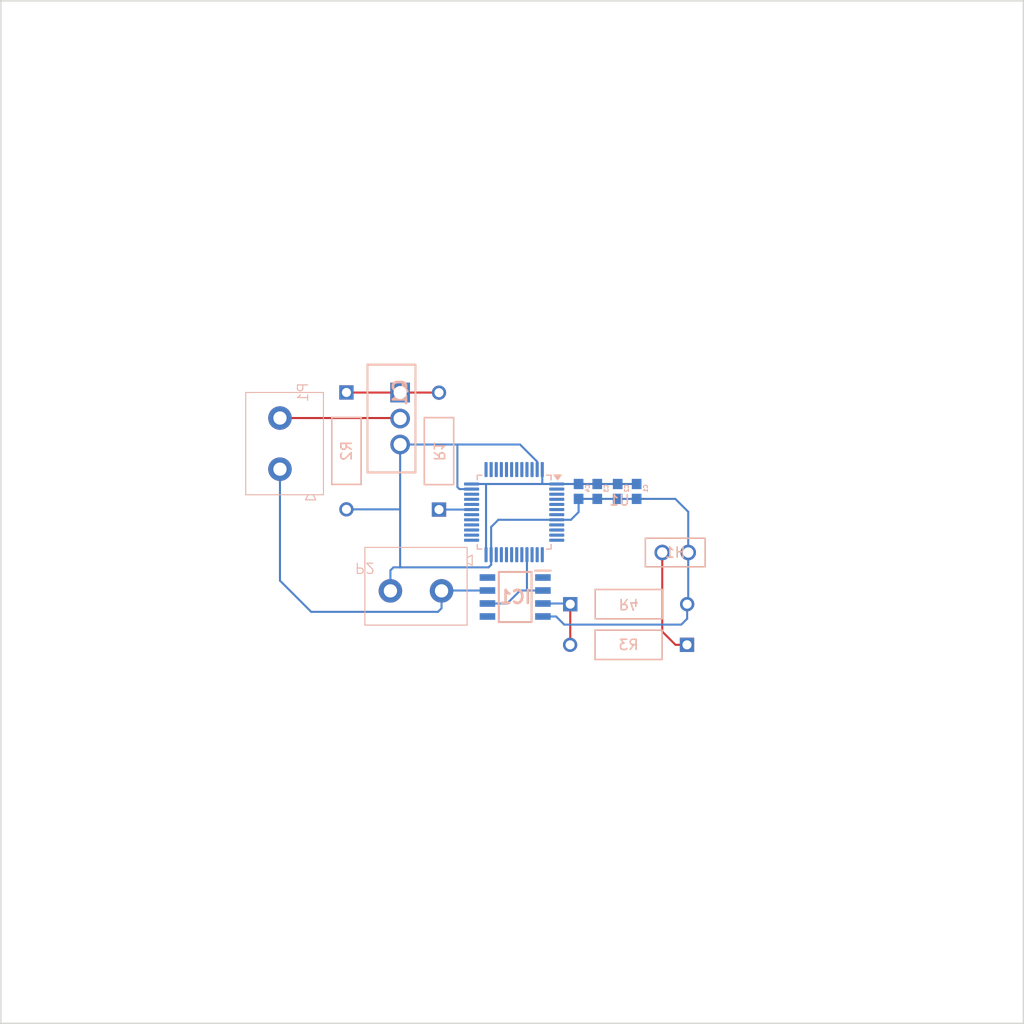
<source format=kicad_pcb>
(kicad_pcb (version 20241229) (generator "pcbnew") (generator_version "9.0")
  (layers (0 "F.Cu" signal) (2 "B.Cu" signal) (13 "F.Paste" user) (15 "B.Paste" user) (5 "F.SilkS" user "F.Silkscreen") (7 "B.SilkS" user "B.Silkscreen") (1 "F.Mask" user) (3 "B.Mask" user) (25 "Edge.Cuts" user))
  (net 0 "")
  (net 1 "Net-(H1-Pad1)")
  (net 2 "GND")
  (net 4 "Net-(IC1-+IN_A)")
  (net 5 "PA6")
  (net 6 "+5V")
  (net 9 "Net-(P1-G)")
  (net 10 "Net-(Q1-G)")
  (net 11 "PA10")
  (net 21 "+3.3V")
  (net 43 "+3.3VA")
  (footprint "Ceramic Capacitor:Ceramic Capacitor" (layer "B.Cu") (at 208.525 98.377799 90)
    (property "Reference" "C3" (at 0.3 0.88 90) (layer "B.SilkS") (effects (font (size 0.393701 0.393701)) (justify mirror)))
    (property "Value" "100n")
    (pad "1" smd rect (at -0.727799 0 90) (size 1.005599 0.949998) (layers "B.Cu" "B.Mask" "B.Paste") (net 2 "GND"))
    (pad "2" smd rect (at 0.727799 0 90) (size 1.005599 0.949998) (layers "B.Cu" "B.Mask" "B.Paste") (net 21 "+3.3V"))
  )
  (footprint "Ceramic Capacitor:Ceramic Capacitor" (layer "B.Cu") (at 206.7 98.377799 90)
    (property "Reference" "C4" (at 0.3 0.88 90) (layer "B.SilkS") (effects (font (size 0.393701 0.393701)) (justify mirror)))
    (property "Value" "100n")
    (pad "1" smd rect (at -0.727799 0 90) (size 1.005599 0.949998) (layers "B.Cu" "B.Mask" "B.Paste") (net 2 "GND"))
    (pad "2" smd rect (at 0.727799 0 90) (size 1.005599 0.949998) (layers "B.Cu" "B.Mask" "B.Paste") (net 21 "+3.3V"))
  )
  (footprint "IRL3705NPBF:TO254P469X1042X1930-3P" (layer "B.Cu") (at 189.25 88.71 -90)
    (property "Reference" "Q1" (at 0 0 90) (layer "B.SilkS") (effects (font (size 1.27 1.27) (thickness 0.254)) (justify mirror)))
    (property "Value" "IRL3705NPBF" (hide yes))
    (fp_line (start -2.73 3.195) (end -2.73 -1.5) (stroke (width 0.2)) (layer "B.SilkS"))
    (fp_line (start 7.81 3.195) (end -2.73 3.195) (stroke (width 0.2)) (layer "B.SilkS"))
    (fp_line (start 7.81 -1.495) (end 7.81 3.195) (stroke (width 0.2)) (layer "B.SilkS"))
    (fp_line (start 7.81 -1.495) (end -2.69 -1.5) (stroke (width 0.2)) (layer "B.SilkS"))
    (pad "1" thru_hole rect (at 0 0 270) (size 1.92 1.92) (drill 1.28) (layers "*.Cu" "*.Mask") (net 10 "Net-(Q1-G)"))
    (pad "2" thru_hole circle (at 2.54 0 270) (size 1.92 1.92) (drill 1.28) (layers "*.Cu" "*.Mask") (net 9 "Net-(P1-G)"))
    (pad "3" thru_hole circle (at 5.08 0 270) (size 1.92 1.92) (drill 1.28) (layers "*.Cu" "*.Mask") (net 2 "GND"))
  )
  (footprint "Resistor:Resistor" (layer "B.Cu") (at 184 88.7 -90)
    (property "Reference" "R2" (at 5.715 0 90) (layer "B.SilkS") (effects (justify mirror)))
    (property "Value" "10k")
    (fp_line (start 2.4384 1.4351) (end 2.4384 -1.4351) (stroke (width 0.1524)) (layer "B.SilkS"))
    (fp_line (start 8.9916 1.4351) (end 2.4384 1.4351) (stroke (width 0.1524)) (layer "B.SilkS"))
    (fp_line (start 2.4384 -1.4351) (end 8.9916 -1.4351) (stroke (width 0.1524)) (layer "B.SilkS"))
    (fp_line (start 8.9916 -1.4351) (end 8.9916 1.4351) (stroke (width 0.1524)) (layer "B.SilkS"))
    (pad "1" thru_hole rect (at 0 0 270) (size 1.397 1.397) (drill 0.889) (layers "*.Cu" "*.Mask") (net 10 "Net-(Q1-G)"))
    (pad "2" thru_hole circle (at 11.43 0 270) (size 1.397 1.397) (drill 0.889) (layers "*.Cu" "*.Mask") (net 2 "GND"))
  )
  (footprint "CONN-TH_2P-P5.00:CONN-TH_2P-P5.00" (layer "B.Cu") (at 181.75 88.7 -90)
    (property "Reference" "P1" (at 0 2 90) (layer "B.SilkS") (effects (font (thickness 0.1)) (justify mirror)))
    (property "Value" "CONN-TH_2P-P5.00")
    (fp_line (start 10 7.6) (end 0 7.6) (stroke (width 0.1)) (layer "B.SilkS"))
    (fp_line (start 10 3.5) (end 10 7.6) (stroke (width 0.1)) (layer "B.SilkS"))
    (fp_line (start 10 3.5) (end 10 0) (stroke (width 0.1)) (layer "B.SilkS"))
    (fp_line (start 10.5 1.75) (end 10 1.5) (stroke (width 0.1)) (layer "B.SilkS"))
    (fp_line (start 10 1) (end 10.5 0.75) (stroke (width 0.1)) (layer "B.SilkS"))
    (fp_line (start 10.5 0.75) (end 10.5 1.75) (stroke (width 0.1)) (layer "B.SilkS"))
    (fp_line (start 0 0) (end 0 7.6) (stroke (width 0.1)) (layer "B.SilkS"))
    (fp_line (start 10 0) (end 0 0) (stroke (width 0.1)) (layer "B.SilkS"))
    (pad "1" thru_hole circle (at 2.5 4.25 270) (size 2.3 2.3) (drill 1.3) (layers "*.Cu" "*.Mask") (net 9 "Net-(P1-G)"))
    (pad "2" thru_hole circle (at 7.5 4.25 270) (size 2.3 2.3) (drill 1.3) (layers "*.Cu" "*.Mask") (net 6 "+5V"))
  )
  (footprint "CONN-TH_2P-P5.00:CONN-TH_2P-P5.00" (layer "B.Cu") (at 185.8 103.85)
    (property "Reference" "P2" (at 0 2 180) (layer "B.SilkS") (effects (font (thickness 0.1)) (justify mirror)))
    (property "Value" "CONN-TH_2P-P5.00")
    (fp_line (start 0 0) (end 0 7.6) (stroke (width 0.1)) (layer "B.SilkS"))
    (fp_line (start 10 0) (end 0 0) (stroke (width 0.1)) (layer "B.SilkS"))
    (fp_line (start 10 1) (end 10.5 0.75) (stroke (width 0.1)) (layer "B.SilkS"))
    (fp_line (start 10 3.5) (end 10 0) (stroke (width 0.1)) (layer "B.SilkS"))
    (fp_line (start 10 3.5) (end 10 7.6) (stroke (width 0.1)) (layer "B.SilkS"))
    (fp_line (start 10 7.6) (end 0 7.6) (stroke (width 0.1)) (layer "B.SilkS"))
    (fp_line (start 10.5 0.75) (end 10.5 1.75) (stroke (width 0.1)) (layer "B.SilkS"))
    (fp_line (start 10.5 1.75) (end 10 1.5) (stroke (width 0.1)) (layer "B.SilkS"))
    (pad "1" thru_hole circle (at 2.5 4.25) (size 2.3 2.3) (drill 1.3) (layers "*.Cu" "*.Mask") (net 2 "GND"))
    (pad "2" thru_hole circle (at 7.5 4.25) (size 2.3 2.3) (drill 1.3) (layers "*.Cu" "*.Mask") (net 6 "+5V"))
  )
  (footprint "Resistor:Resistor" (layer "B.Cu") (at 193.05 100.15 90)
    (property "Reference" "R1" (at 5.715 0 270) (layer "B.SilkS") (effects (justify mirror)))
    (property "Value" "400")
    (fp_line (start 8.9916 -1.4351) (end 8.9916 1.4351) (stroke (width 0.1524)) (layer "B.SilkS"))
    (fp_line (start 2.4384 -1.4351) (end 8.9916 -1.4351) (stroke (width 0.1524)) (layer "B.SilkS"))
    (fp_line (start 8.9916 1.4351) (end 2.4384 1.4351) (stroke (width 0.1524)) (layer "B.SilkS"))
    (fp_line (start 2.4384 1.4351) (end 2.4384 -1.4351) (stroke (width 0.1524)) (layer "B.SilkS"))
    (pad "1" thru_hole rect (at 0 0 90) (size 1.397 1.397) (drill 0.889) (layers "*.Cu" "*.Mask") (net 11 "PA10"))
    (pad "2" thru_hole circle (at 11.43 0 90) (size 1.397 1.397) (drill 0.889) (layers "*.Cu" "*.Mask") (net 10 "Net-(Q1-G)"))
  )
  (footprint "Package_QFP:LQFP-48_7x7mm_P0.5mm" (layer "B.Cu") (at 200.4 100.4 180)
    (property "Reference" "U1" (at -10.3 1.154201 0) (layer "B.SilkS") (effects (justify mirror)))
    (property "Value" "STM32F103C8T6")
    (fp_line (start 3.61 3.61) (end 3.61 3.16) (stroke (width 0.12)) (layer "B.SilkS"))
    (fp_line (start 3.61 -3.16) (end 3.61 -3.61) (stroke (width 0.12)) (layer "B.SilkS"))
    (fp_line (start 3.61 -3.61) (end 3.16 -3.61) (stroke (width 0.12)) (layer "B.SilkS"))
    (fp_line (start 3.16 3.61) (end 3.61 3.61) (stroke (width 0.12)) (layer "B.SilkS"))
    (fp_line (start -3.16 -3.61) (end -3.61 -3.61) (stroke (width 0.12)) (layer "B.SilkS"))
    (fp_line (start -3.61 3.61) (end -3.16 3.61) (stroke (width 0.12)) (layer "B.SilkS"))
    (fp_line (start -3.61 3.16) (end -3.61 3.61) (stroke (width 0.12)) (layer "B.SilkS"))
    (fp_line (start -3.61 -3.61) (end -3.61 -3.16) (stroke (width 0.12)) (layer "B.SilkS"))
    (fp_poly (pts (xy -4.25 3.16) (xy -4.59 3.63) (xy -3.91 3.63)) (stroke (width 0.12)) (fill yes) (layer "B.SilkS"))
    (pad "1" smd roundrect (at -4.1625 2.75 180) (size 1.475 0.3) (layers "B.Cu" "B.Mask" "B.Paste") (net 21 "+3.3V"))
    (pad "2" smd roundrect (at -4.1625 2.25 180) (size 1.475 0.3) (layers "B.Cu" "B.Mask" "B.Paste"))
    (pad "3" smd roundrect (at -4.1625 1.75 180) (size 1.475 0.3) (layers "B.Cu" "B.Mask" "B.Paste"))
    (pad "4" smd roundrect (at -4.1625 1.25 180) (size 1.475 0.3) (layers "B.Cu" "B.Mask" "B.Paste"))
    (pad "5" smd roundrect (at -4.1625 0.75 180) (size 1.475 0.3) (layers "B.Cu" "B.Mask" "B.Paste"))
    (pad "6" smd roundrect (at -4.1625 0.25 180) (size 1.475 0.3) (layers "B.Cu" "B.Mask" "B.Paste"))
    (pad "7" smd roundrect (at -4.1625 -0.25 180) (size 1.475 0.3) (layers "B.Cu" "B.Mask" "B.Paste"))
    (pad "8" smd roundrect (at -4.1625 -0.75 180) (size 1.475 0.3) (layers "B.Cu" "B.Mask" "B.Paste") (net 2 "GND"))
    (pad "9" smd roundrect (at -4.1625 -1.25 180) (size 1.475 0.3) (layers "B.Cu" "B.Mask" "B.Paste") (net 43 "+3.3VA"))
    (pad "10" smd roundrect (at -4.1625 -1.75 180) (size 1.475 0.3) (layers "B.Cu" "B.Mask" "B.Paste"))
    (pad "11" smd roundrect (at -4.1625 -2.25 180) (size 1.475 0.3) (layers "B.Cu" "B.Mask" "B.Paste"))
    (pad "12" smd roundrect (at -4.1625 -2.75 180) (size 1.475 0.3) (layers "B.Cu" "B.Mask" "B.Paste"))
    (pad "13" smd roundrect (at -2.75 -4.1625 180) (size 0.3 1.475) (layers "B.Cu" "B.Mask" "B.Paste"))
    (pad "14" smd roundrect (at -2.25 -4.1625 180) (size 0.3 1.475) (layers "B.Cu" "B.Mask" "B.Paste"))
    (pad "15" smd roundrect (at -1.75 -4.1625 180) (size 0.3 1.475) (layers "B.Cu" "B.Mask" "B.Paste"))
    (pad "16" smd roundrect (at -1.25 -4.1625 180) (size 0.3 1.475) (layers "B.Cu" "B.Mask" "B.Paste") (net 5 "PA6"))
    (pad "17" smd roundrect (at -0.75 -4.1625 180) (size 0.3 1.475) (layers "B.Cu" "B.Mask" "B.Paste"))
    (pad "18" smd roundrect (at -0.25 -4.1625 180) (size 0.3 1.475) (layers "B.Cu" "B.Mask" "B.Paste"))
    (pad "19" smd roundrect (at 0.25 -4.1625 180) (size 0.3 1.475) (layers "B.Cu" "B.Mask" "B.Paste"))
    (pad "20" smd roundrect (at 0.75 -4.1625 180) (size 0.3 1.475) (layers "B.Cu" "B.Mask" "B.Paste"))
    (pad "21" smd roundrect (at 1.25 -4.1625 180) (size 0.3 1.475) (layers "B.Cu" "B.Mask" "B.Paste"))
    (pad "22" smd roundrect (at 1.75 -4.1625 180) (size 0.3 1.475) (layers "B.Cu" "B.Mask" "B.Paste"))
    (pad "23" smd roundrect (at 2.25 -4.1625 180) (size 0.3 1.475) (layers "B.Cu" "B.Mask" "B.Paste") (net 2 "GND"))
    (pad "24" smd roundrect (at 2.75 -4.1625 180) (size 0.3 1.475) (layers "B.Cu" "B.Mask" "B.Paste") (net 21 "+3.3V"))
    (pad "25" smd roundrect (at 4.1625 -2.75 180) (size 1.475 0.3) (layers "B.Cu" "B.Mask" "B.Paste"))
    (pad "26" smd roundrect (at 4.1625 -2.25 180) (size 1.475 0.3) (layers "B.Cu" "B.Mask" "B.Paste"))
    (pad "27" smd roundrect (at 4.1625 -1.75 180) (size 1.475 0.3) (layers "B.Cu" "B.Mask" "B.Paste"))
    (pad "28" smd roundrect (at 4.1625 -1.25 180) (size 1.475 0.3) (layers "B.Cu" "B.Mask" "B.Paste"))
    (pad "29" smd roundrect (at 4.1625 -0.75 180) (size 1.475 0.3) (layers "B.Cu" "B.Mask" "B.Paste"))
    (pad "30" smd roundrect (at 4.1625 -0.25 180) (size 1.475 0.3) (layers "B.Cu" "B.Mask" "B.Paste"))
    (pad "31" smd roundrect (at 4.1625 0.25 180) (size 1.475 0.3) (layers "B.Cu" "B.Mask" "B.Paste") (net 11 "PA10"))
    (pad "32" smd roundrect (at 4.1625 0.75 180) (size 1.475 0.3) (layers "B.Cu" "B.Mask" "B.Paste"))
    (pad "33" smd roundrect (at 4.1625 1.25 180) (size 1.475 0.3) (layers "B.Cu" "B.Mask" "B.Paste"))
    (pad "34" smd roundrect (at 4.1625 1.75 180) (size 1.475 0.3) (layers "B.Cu" "B.Mask" "B.Paste"))
    (pad "35" smd roundrect (at 4.1625 2.25 180) (size 1.475 0.3) (layers "B.Cu" "B.Mask" "B.Paste") (net 2 "GND"))
    (pad "36" smd roundrect (at 4.1625 2.75 180) (size 1.475 0.3) (layers "B.Cu" "B.Mask" "B.Paste") (net 21 "+3.3V"))
    (pad "37" smd roundrect (at 2.75 4.1625 180) (size 0.3 1.475) (layers "B.Cu" "B.Mask" "B.Paste"))
    (pad "38" smd roundrect (at 2.25 4.1625 180) (size 0.3 1.475) (layers "B.Cu" "B.Mask" "B.Paste"))
    (pad "39" smd roundrect (at 1.75 4.1625 180) (size 0.3 1.475) (layers "B.Cu" "B.Mask" "B.Paste"))
    (pad "40" smd roundrect (at 1.25 4.1625 180) (size 0.3 1.475) (layers "B.Cu" "B.Mask" "B.Paste"))
    (pad "41" smd roundrect (at 0.75 4.1625 180) (size 0.3 1.475) (layers "B.Cu" "B.Mask" "B.Paste"))
    (pad "42" smd roundrect (at 0.25 4.1625 180) (size 0.3 1.475) (layers "B.Cu" "B.Mask" "B.Paste"))
    (pad "43" smd roundrect (at -0.25 4.1625 180) (size 0.3 1.475) (layers "B.Cu" "B.Mask" "B.Paste"))
    (pad "44" smd roundrect (at -0.75 4.1625 180) (size 0.3 1.475) (layers "B.Cu" "B.Mask" "B.Paste"))
    (pad "45" smd roundrect (at -1.25 4.1625 180) (size 0.3 1.475) (layers "B.Cu" "B.Mask" "B.Paste"))
    (pad "46" smd roundrect (at -1.75 4.1625 180) (size 0.3 1.475) (layers "B.Cu" "B.Mask" "B.Paste"))
    (pad "47" smd roundrect (at -2.25 4.1625 180) (size 0.3 1.475) (layers "B.Cu" "B.Mask" "B.Paste") (net 2 "GND"))
    (pad "48" smd roundrect (at -2.75 4.1625 180) (size 0.3 1.475) (layers "B.Cu" "B.Mask" "B.Paste") (net 21 "+3.3V"))
  )
  (footprint "Ceramic Capacitor:Ceramic Capacitor" (layer "B.Cu") (at 212.375 98.377799 90)
    (property "Reference" "C1" (at 0.3 0.88 90) (layer "B.SilkS") (effects (font (size 0.393701 0.393701)) (justify mirror)))
    (property "Value" "10u")
    (pad "1" smd rect (at -0.727799 0 90) (size 1.005599 0.949998) (layers "B.Cu" "B.Mask" "B.Paste") (net 2 "GND"))
    (pad "2" smd rect (at 0.727799 0 90) (size 1.005599 0.949998) (layers "B.Cu" "B.Mask" "B.Paste") (net 21 "+3.3V"))
  )
  (footprint "Resistor:Resistor" (layer "B.Cu") (at 217.3 113.3766 180)
    (property "Reference" "R3" (at 5.715 0 0) (layer "B.SilkS") (effects (justify mirror)))
    (property "Value" "200k")
    (fp_line (start 8.9916 1.4351) (end 2.4384 1.4351) (stroke (width 0.1524)) (layer "B.SilkS"))
    (fp_line (start 8.9916 -1.4351) (end 8.9916 1.4351) (stroke (width 0.1524)) (layer "B.SilkS"))
    (fp_line (start 2.4384 1.4351) (end 2.4384 -1.4351) (stroke (width 0.1524)) (layer "B.SilkS"))
    (fp_line (start 2.4384 -1.4351) (end 8.9916 -1.4351) (stroke (width 0.1524)) (layer "B.SilkS"))
    (pad "1" thru_hole rect (at 0 0 180) (size 1.397 1.397) (drill 0.889) (layers "*.Cu" "*.Mask") (net 1 "Net-(H1-Pad1)"))
    (pad "2" thru_hole circle (at 11.43 0 180) (size 1.397 1.397) (drill 0.889) (layers "*.Cu" "*.Mask") (net 4 "Net-(IC1-+IN_A)"))
  )
  (footprint "HDR-F-2.54_1x2:CONN_PPPC021_SUL" (layer "B.Cu") (at 214.88 104.35 180)
    (property "Reference" "H1" (at -1.27 0 0) (layer "B.SilkS") (effects (justify mirror)))
    (property "Value" "HDR-F-2.54_1x2")
    (fp_line (start 1.651 1.397) (end -4.191 1.397) (stroke (width 0.1524)) (layer "B.SilkS"))
    (fp_line (start 1.651 -1.397) (end 1.651 1.397) (stroke (width 0.1524)) (layer "B.SilkS"))
    (fp_line (start -4.191 1.397) (end -4.191 -1.397) (stroke (width 0.1524)) (layer "B.SilkS"))
    (fp_line (start -4.191 -1.397) (end 1.651 -1.397) (stroke (width 0.1524)) (layer "B.SilkS"))
    (pad "1" thru_hole circle (at 0 0 180) (size 1.524 1.524) (drill 1.016) (layers "*.Cu" "*.Mask") (net 1 "Net-(H1-Pad1)"))
    (pad "2" thru_hole circle (at -2.54 0 180) (size 1.524 1.524) (drill 1.016) (layers "*.Cu" "*.Mask") (net 2 "GND"))
  )
  (footprint "AD8551ARZ:SOIC127P600X175-8N" (layer "B.Cu") (at 200.5 108.7 180)
    (property "Reference" "IC1" (at 0 0 0) (layer "B.SilkS") (effects (font (size 1.27 1.27) (thickness 0.254)) (justify mirror)))
    (property "Value" "AD8551ARZ" (hide yes))
    (fp_line (start 1.6 2.45) (end 1.6 -2.45) (stroke (width 0.2)) (layer "B.SilkS"))
    (fp_line (start 1.6 -2.45) (end -1.6 -2.45) (stroke (width 0.2)) (layer "B.SilkS"))
    (fp_line (start -1.6 2.45) (end 1.6 2.45) (stroke (width 0.2)) (layer "B.SilkS"))
    (fp_line (start -1.6 -2.45) (end -1.6 2.45) (stroke (width 0.2)) (layer "B.SilkS"))
    (fp_line (start -3.475 2.58) (end -1.95 2.58) (stroke (width 0.2)) (layer "B.SilkS"))
    (pad "1" smd rect (at -2.712 1.905 90) (size 0.65 1.525) (layers "B.Cu" "B.Mask" "B.Paste"))
    (pad "2" smd rect (at -2.712 0.635 90) (size 0.65 1.525) (layers "B.Cu" "B.Mask" "B.Paste") (net 5 "PA6"))
    (pad "3" smd rect (at -2.712 -0.635 90) (size 0.65 1.525) (layers "B.Cu" "B.Mask" "B.Paste") (net 4 "Net-(IC1-+IN_A)"))
    (pad "4" smd rect (at -2.712 -1.905 90) (size 0.65 1.525) (layers "B.Cu" "B.Mask" "B.Paste") (net 2 "GND"))
    (pad "5" smd rect (at 2.712 -1.905 90) (size 0.65 1.525) (layers "B.Cu" "B.Mask" "B.Paste"))
    (pad "6" smd rect (at 2.712 -0.635 90) (size 0.65 1.525) (layers "B.Cu" "B.Mask" "B.Paste") (net 5 "PA6"))
    (pad "7" smd rect (at 2.712 0.635 90) (size 0.65 1.525) (layers "B.Cu" "B.Mask" "B.Paste") (net 6 "+5V"))
    (pad "8" smd rect (at 2.712 1.905 90) (size 0.65 1.525) (layers "B.Cu" "B.Mask" "B.Paste"))
  )
  (footprint "Resistor:Resistor" (layer "B.Cu") (at 205.885 109.4)
    (property "Reference" "R4" (at 5.715 0 180) (layer "B.SilkS") (effects (justify mirror)))
    (property "Value" "300k")
    (fp_line (start 2.4384 -1.4351) (end 8.9916 -1.4351) (stroke (width 0.1524)) (layer "B.SilkS"))
    (fp_line (start 2.4384 1.4351) (end 2.4384 -1.4351) (stroke (width 0.1524)) (layer "B.SilkS"))
    (fp_line (start 8.9916 -1.4351) (end 8.9916 1.4351) (stroke (width 0.1524)) (layer "B.SilkS"))
    (fp_line (start 8.9916 1.4351) (end 2.4384 1.4351) (stroke (width 0.1524)) (layer "B.SilkS"))
    (pad "1" thru_hole rect (at 0 0) (size 1.397 1.397) (drill 0.889) (layers "*.Cu" "*.Mask") (net 4 "Net-(IC1-+IN_A)"))
    (pad "2" thru_hole circle (at 11.43 0) (size 1.397 1.397) (drill 0.889) (layers "*.Cu" "*.Mask") (net 2 "GND"))
  )
  (footprint "Ceramic Capacitor:Ceramic Capacitor" (layer "B.Cu") (at 210.525 98.377799 90)
    (property "Reference" "C2" (at 0.3 0.88 90) (layer "B.SilkS") (effects (font (size 0.393701 0.393701)) (justify mirror)))
    (property "Value" "100n")
    (pad "1" smd rect (at -0.727799 0 90) (size 1.005599 0.949998) (layers "B.Cu" "B.Mask" "B.Paste") (net 2 "GND"))
    (pad "2" smd rect (at 0.727799 0 90) (size 1.005599 0.949998) (layers "B.Cu" "B.Mask" "B.Paste") (net 21 "+3.3V"))
  )
  (gr_line (start 250.2 150.4) (end 150.2 150.4) (stroke (width 0.15)) (layer "Edge.Cuts"))
  (gr_line (start 150.2 50.4) (end 150.2 150.4) (stroke (width 0.15)) (layer "Edge.Cuts"))
  (gr_line (start 250.2 50.4) (end 250.2 150.4) (stroke (width 0.15)) (layer "Edge.Cuts"))
  (gr_line (start 150.2 50.4) (end 250.2 50.4) (stroke (width 0.15)) (layer "Edge.Cuts"))
  (segment (start 217.3 113.3766) (end 216.1766 113.3766) (width 0.2) (layer "F.Cu") (net 1))
  (segment (start 214.88 112.08) (end 216.1766 113.3766) (width 0.2) (layer "F.Cu") (net 1))
  (segment (start 214.88 104.35) (end 214.88 112.08) (width 0.2) (layer "F.Cu") (net 1))
  (segment (start 217.42 109.295) (end 217.315 109.4) (width 0.2) (layer "F.Cu") (net 2))
  (segment (start 204.505 110.605) (end 205.3 111.4) (width 0.2) (layer "B.Cu") (net 2))
  (segment (start 202.65 96.2375) (end 202.65 95.466176) (width 0.2) (layer "B.Cu") (net 2))
  (segment (start 202.65 95.466176) (end 200.973824 93.79) (width 0.2) (layer "B.Cu") (net 2))
  (segment (start 194.85 97.95) (end 194.85 93.79) (width 0.2) (layer "B.Cu") (net 2))
  (segment (start 188.3 106.1) (end 188.3 108.1) (width 0.2) (layer "B.Cu") (net 2))
  (segment (start 205.95 101.15) (end 206.7 100.4) (width 0.2) (layer "B.Cu") (net 2))
  (segment (start 189.35 105.8) (end 189.2 105.8) (width 0.2) (layer "B.Cu") (net 2))
  (segment (start 190.79 93.79) (end 189.25 93.79) (width 0.2) (layer "B.Cu") (net 2))
  (segment (start 217.315 110.825) (end 216.74 111.4) (width 0.2) (layer "B.Cu") (net 2))
  (segment (start 217.42 104.35) (end 217.42 100.37) (width 0.2) (layer "B.Cu") (net 2))
  (segment (start 195.05 98.15) (end 194.85 97.95) (width 0.2) (layer "B.Cu") (net 2))
  (segment (start 198.15 104.5625) (end 198.15 105.55) (width 0.2) (layer "B.Cu") (net 2))
  (segment (start 198.85 101.15) (end 198.15 101.85) (width 0.2) (layer "B.Cu") (net 2))
  (segment (start 189.25 105.75) (end 189.25 93.79) (width 0.2) (layer "B.Cu") (net 2))
  (segment (start 208.525 99.105598) (end 210.525 99.105598) (width 0.2) (layer "B.Cu") (net 2))
  (segment (start 194.85 93.79) (end 190.79 93.79) (width 0.2) (layer "B.Cu") (net 2))
  (segment (start 205.3 111.4) (end 216.74 111.4) (width 0.2) (layer "B.Cu") (net 2))
  (segment (start 198.15 101.85) (end 198.15 104.5625) (width 0.2) (layer "B.Cu") (net 2))
  (segment (start 196.2375 98.15) (end 196.2375 98.101) (width 0.2) (layer "B.Cu") (net 2))
  (segment (start 189.23 100.13) (end 184 100.13) (width 0.2) (layer "B.Cu") (net 2))
  (segment (start 204.5625 101.15) (end 198.85 101.15) (width 0.2) (layer "B.Cu") (net 2))
  (segment (start 216.155598 99.105598) (end 212.375 99.105598) (width 0.2) (layer "B.Cu") (net 2))
  (segment (start 188.6 105.8) (end 188.3 106.1) (width 0.2) (layer "B.Cu") (net 2))
  (segment (start 203.212 110.605) (end 204.505 110.605) (width 0.2) (layer "B.Cu") (net 2))
  (segment (start 198.15 105.55) (end 197.9 105.8) (width 0.2) (layer "B.Cu") (net 2))
  (segment (start 206.7 99.105598) (end 208.525 99.105598) (width 0.2) (layer "B.Cu") (net 2))
  (segment (start 217.42 104.35) (end 217.42 109.295) (width 0.2) (layer "B.Cu") (net 2))
  (segment (start 217.42 100.37) (end 216.155598 99.105598) (width 0.2) (layer "B.Cu") (net 2))
  (segment (start 204.5625 101.15) (end 205.95 101.15) (width 0.2) (layer "B.Cu") (net 2))
  (segment (start 200.973824 93.79) (end 194.85 93.79) (width 0.2) (layer "B.Cu") (net 2))
  (segment (start 197.9 105.8) (end 189.35 105.8) (width 0.2) (layer "B.Cu") (net 2))
  (segment (start 217.42 109.295) (end 217.315 109.4) (width 0.2) (layer "B.Cu") (net 2))
  (segment (start 217.315 109.4) (end 217.315 110.825) (width 0.2) (layer "B.Cu") (net 2))
  (segment (start 206.7 100.4) (end 206.7 99.105598) (width 0.2) (layer "B.Cu") (net 2))
  (segment (start 210.525 99.105598) (end 212.375 99.105598) (width 0.2) (layer "B.Cu") (net 2))
  (segment (start 196.2375 98.15) (end 195.05 98.15) (width 0.2) (layer "B.Cu") (net 2))
  (segment (start 189.2 105.8) (end 188.6 105.8) (width 0.2) (layer "B.Cu") (net 2))
  (segment (start 205.885 113.3616) (end 205.87 113.3766) (width 0.2) (layer "F.Cu") (net 4))
  (segment (start 205.885 109.4) (end 205.885 113.3616) (width 0.2) (layer "F.Cu") (net 4))
  (segment (start 203.212 109.335) (end 205.82 109.335) (width 0.2) (layer "B.Cu") (net 4))
  (segment (start 205.82 109.335) (end 205.885 109.4) (width 0.2) (layer "B.Cu") (net 4))
  (segment (start 201.7 108.065) (end 203.212 108.065) (width 0.2) (layer "B.Cu") (net 5))
  (segment (start 200.985 108.065) (end 201.7 108.065) (width 0.2) (layer "B.Cu") (net 5))
  (segment (start 201.65 104.5625) (end 201.65 108.015) (width 0.2) (layer "B.Cu") (net 5))
  (segment (start 199.715 109.335) (end 200.985 108.065) (width 0.2) (layer "B.Cu") (net 5))
  (segment (start 197.788 109.335) (end 199.715 109.335) (width 0.2) (layer "B.Cu") (net 5))
  (segment (start 193.3 108.1) (end 193.3 109.8) (width 0.2) (layer "B.Cu") (net 6))
  (segment (start 177.5 107.1) (end 177.5 96.2) (width 0.2) (layer "B.Cu") (net 6))
  (segment (start 180.55 110.15) (end 177.5 107.1) (width 0.2) (layer "B.Cu") (net 6))
  (segment (start 197.788 108.065) (end 193.335 108.065) (width 0.2) (layer "B.Cu") (net 6))
  (segment (start 193.3 109.8) (end 192.95 110.15) (width 0.2) (layer "B.Cu") (net 6))
  (segment (start 193.335 108.065) (end 193.3 108.1) (width 0.2) (layer "B.Cu") (net 6))
  (segment (start 192.95 110.15) (end 180.55 110.15) (width 0.2) (layer "B.Cu") (net 6))
  (segment (start 177.5 91.2) (end 189.2 91.2) (width 0.2) (layer "F.Cu") (net 9))
  (segment (start 189.2 91.2) (end 189.25 91.25) (width 0.2) (layer "F.Cu") (net 9))
  (segment (start 189.25 88.71) (end 193.04 88.71) (width 0.2) (layer "F.Cu") (net 10))
  (segment (start 189.25 88.71) (end 184.01 88.71) (width 0.2) (layer "F.Cu") (net 10))
  (segment (start 189.61 88.71) (end 189.62 88.72) (width 0.2) (layer "F.Cu") (net 10))
  (segment (start 189.25 88.71) (end 189.61 88.71) (width 0.2) (layer "F.Cu") (net 10))
  (segment (start 184.01 88.71) (end 184 88.7) (width 0.2) (layer "F.Cu") (net 10))
  (segment (start 193.04 88.71) (end 193.05 88.72) (width 0.2) (layer "F.Cu") (net 10))
  (segment (start 189.24 88.7) (end 189.25 88.71) (width 0.2) (layer "F.Cu") (net 10))
  (segment (start 196.2375 100.15) (end 193.05 100.15) (width 0.2) (layer "B.Cu") (net 11))
  (segment (start 197.65 97.7) (end 197.6 97.65) (width 0.2) (layer "B.Cu") (net 21))
  (segment (start 208.525 97.65) (end 206.7 97.65) (width 0.2) (layer "B.Cu") (net 21))
  (segment (start 197.65 104.5625) (end 197.65 97.7) (width 0.2) (layer "B.Cu") (net 21))
  (segment (start 203.15 96.2375) (end 203.15 97.6) (width 0.2) (layer "B.Cu") (net 21))
  (segment (start 203.2 97.65) (end 204.5625 97.65) (width 0.2) (layer "B.Cu") (net 21))
  (segment (start 203.15 97.6) (end 203.2 97.65) (width 0.2) (layer "B.Cu") (net 21))
  (segment (start 197.6 97.65) (end 203.2 97.65) (width 0.2) (layer "B.Cu") (net 21))
  (segment (start 210.525 97.65) (end 208.525 97.65) (width 0.2) (layer "B.Cu") (net 21))
  (segment (start 206.7 97.65) (end 204.5625 97.65) (width 0.2) (layer "B.Cu") (net 21))
  (segment (start 196.2375 97.65) (end 197.6 97.65) (width 0.2) (layer "B.Cu") (net 21))
  (segment (start 212.375 97.65) (end 210.525 97.65) (width 0.2) (layer "B.Cu") (net 21))
)
</source>
